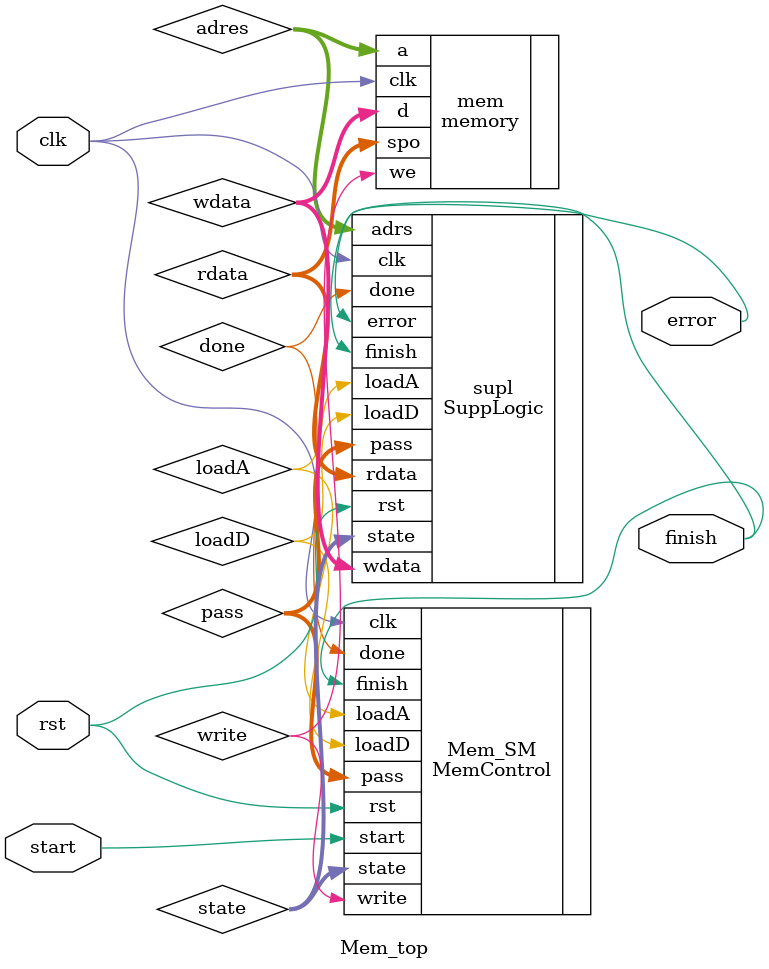
<source format=v>
`timescale 1ns / 1ps


module Mem_top(clk, rst, start, finish, error);

//data inputs
input clk;
input rst;
input start; 

//data outputs
output finish; 
output error; 

//wires from instan.
wire [15:0] rdata; 
wire write;
wire [14:0] adres;
wire [15:0] wdata;
wire        error;

wire done;
wire finish;
wire loadA;
wire loadA;
wire [2:0] pass;
wire [2:0] state;

//instaniate designs below
MemControl Mem_SM(.clk(clk),
    .rst(rst),
    .start(start),
    .done(done),
    .finish(finish),
    .write(write),
    .loadA(loadA),
    .loadD(loadD),
    .pass(pass),
    .state(state)
    );

SuppLogic supl(.clk(clk),
    .rst(rst),
    .pass(pass),
    .loadA(loadA),
    .loadD(loadD),
    .state(state),
    .wdata(wdata),
    .adrs(adres),
    .rdata(rdata),
    .finish(finish),
    .error(error),
    .done(done)
    );

memory mem (.a(adres),
    .d(wdata),
    .we(write),
    .clk(clk),
    .spo(rdata)
    );

endmodule

</source>
